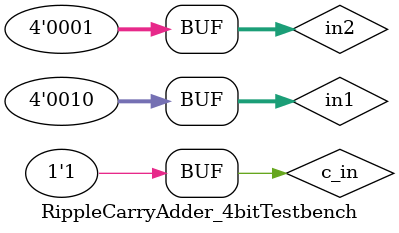
<source format=v>
`timescale 1ns / 1ps

/*
	Assignment Number: 3
	Problem Number: 1 Ripple Carry Adder
	Semester Number: 5
	Group Number: 22 
	Group Members: Nikhil Saraswat(20CS10039), Amit Kumar (20CS30003)
*/
//////////////////////////////////////////////////////////////////////////////////

module RippleCarryAdder_4bitTestbench; // Testbench module for Ripple Carry Adder

	// Unit Under Test (UUT) 
	RippleCarryAdder_4bit uut (
		.c_out(c_out),
		.sum(sum),
		.c_in(c_in),
		.in1(in1), 
		.in2(in2)
	);
	
	// Outputs 
	wire c_out; // Output carry bit
	wire [3:0] sum; // Output sum
	
	// Inputs
	reg [3:0] in1, in2; // Inputs
	reg c_in; // Input carry bit





	initial begin
		$monitor ("in1 = %d, in2 = %d, c_in = %d, c_out = %d, , sum = %d", in1, in2, c_in, c_out, sum); // Print inputs and outputs
		// Initialize Inputs
		c_in = 0; in1 = 4'b0101; in2 = 4'b0111;  
		#100;
		c_in = 0; in1 = 4'b0110; in2 = 4'b1100; 
		#100;
		c_in = 1; in1 = 4'b1110; in2 = 4'b0110; 
		#100;
		c_in = 1; in1 = 4'b0010; in2 = 4'b0001; 
	end
      
endmodule


</source>
